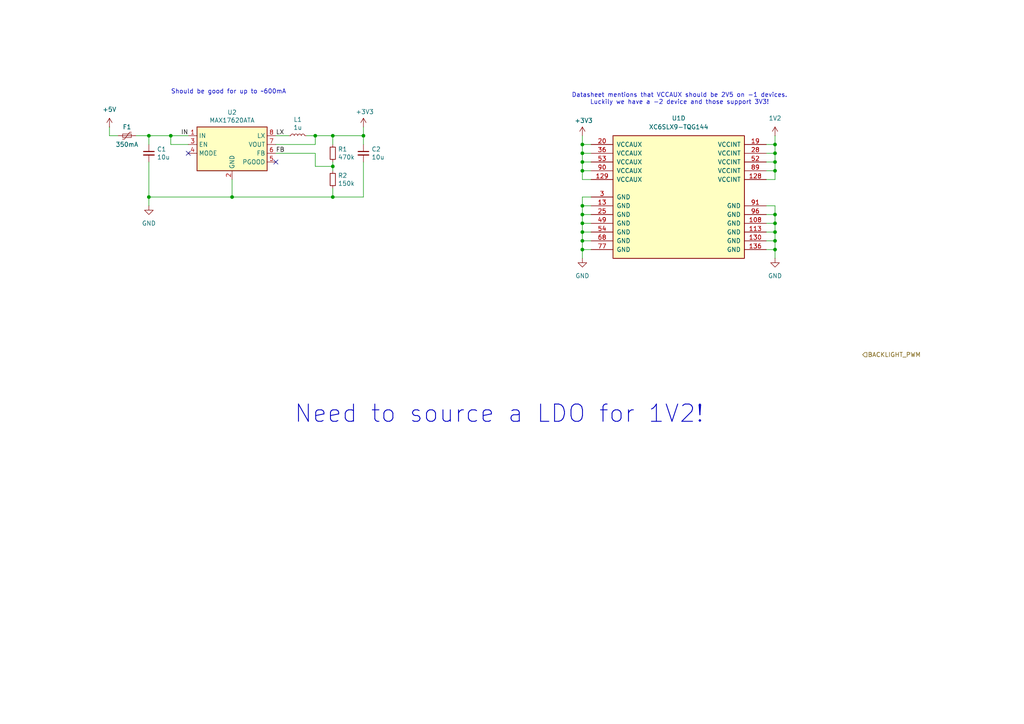
<source format=kicad_sch>
(kicad_sch (version 20231120) (generator "eeschema") (generator_version "8.0")
  (paper "A4")
  (lib_symbols
    (symbol "Device:C_Small" (pin_numbers hide) (pin_names (offset 0.254) hide)
      (property "Reference" "C" (at 0.254 1.778 0))
      (property "Value" "C_Small" (at 0.254 -2.032 0))
      (symbol "C_Small_0_1"
        (polyline (pts (xy -1.524 -0.508) (xy 1.524 -0.508)) (stroke (width 0.3302)))
        (polyline (pts (xy -1.524 0.508) (xy 1.524 0.508)) (stroke (width 0.3048)))
      )
      (symbol "C_Small_1_1"
        (pin passive line (at 0 2.54 270) (length 2.032) (name "~") (number "1"))
        (pin passive line (at 0 -2.54 90) (length 2.032) (name "~") (number "2"))
      )
    )
    (symbol "Device:L_Small" (pin_numbers hide) (pin_names (offset 0.254) hide)
      (property "Reference" "L" (at 0.762 1.016 0))
      (property "Value" "L_Small" (at 0.762 -1.016 0))
      (symbol "L_Small_0_1"
        (arc (start 0 -2.032) (mid 0.5058 -1.524) (end 0 -1.016))
        (arc (start 0 -1.016) (mid 0.5058 -0.508) (end 0 0))
        (arc (start 0 0) (mid 0.5058 0.508) (end 0 1.016))
        (arc (start 0 1.016) (mid 0.5058 1.524) (end 0 2.032))
      )
      (symbol "L_Small_1_1"
        (pin passive line (at 0 2.54 270) (length 0.508) (name "~") (number "1"))
        (pin passive line (at 0 -2.54 90) (length 0.508) (name "~") (number "2"))
      )
    )
    (symbol "Device:Polyfuse_Small" (pin_numbers hide) (pin_names (offset 0))
      (property "Reference" "F" (at -1.905 0 90))
      (property "Value" "Polyfuse_Small" (at 1.905 0 90))
      (symbol "Polyfuse_Small_0_1"
        (rectangle (start -0.508 1.27) (end 0.508 -1.27))
        (polyline (pts (xy 0 2.54) (xy 0 -2.54)))
        (polyline (pts (xy -1.016 1.27) (xy -1.016 0.762) (xy 1.016 -0.762) (xy 1.016 -1.27)))
      )
      (symbol "Polyfuse_Small_1_1"
        (pin passive line (at 0 2.54 270) (length 0.635) (name "~") (number "1"))
        (pin passive line (at 0 -2.54 90) (length 0.635) (name "~") (number "2"))
      )
    )
    (symbol "Device:R_Small" (pin_numbers hide) (pin_names (offset 0.254) hide)
      (property "Reference" "R" (at 0.762 0.508 0))
      (property "Value" "R_Small" (at 0.762 -1.016 0))
      (symbol "R_Small_0_1"
        (rectangle (start -0.762 1.778) (end 0.762 -1.778) (stroke (width 0.2032)))
      )
      (symbol "R_Small_1_1"
        (pin passive line (at 0 2.54 270) (length 0.762) (name "~") (number "1"))
        (pin passive line (at 0 -2.54 90) (length 0.762) (name "~") (number "2"))
      )
    )
    (symbol "FPGA_Xilinx_Spartan6:XC6SLX9-TQG144" (pin_names (offset 1.016))
      (property "Reference" "U" (at 0 1.27 0))
      (property "Value" "XC6SLX9-TQG144" (at 0 -1.27 0))
      (symbol "XC6SLX9-TQG144_1_1"
        (rectangle (start -44.45 36.83) (end 44.45 -43.18) (stroke (width 0.254)) (fill (type background)))
        (pin bidirectional line (at 50.8 12.7 180) (length 6.35) (name "IO_L33P_1") (number "100"))
        (pin bidirectional line (at 50.8 15.24 180) (length 6.35) (name "IO_L32N_1") (number "101"))
        (pin bidirectional line (at 50.8 17.78 180) (length 6.35) (name "IO_L32P_1") (number "102"))
        (pin power_in line (at 40.64 43.18 270) (length 6.35) (name "VCCO_1") (number "103"))
        (pin bidirectional line (at 50.8 20.32 180) (length 6.35) (name "IO_L1N_VREF_1") (number "104"))
        (pin bidirectional line (at 50.8 22.86 180) (length 6.35) (name "IO_L1P_1") (number "105"))
        (pin bidirectional line (at -50.8 -40.64 0) (length 6.35) (name "IO_L66N_SCP0_0") (number "111"))
        (pin bidirectional line (at -50.8 -38.1 0) (length 6.35) (name "IO_L66P_SCP1_0") (number "112"))
        (pin bidirectional line (at -50.8 -35.56 0) (length 6.35) (name "IO_L65N_SCP2_0") (number "114"))
        (pin bidirectional line (at -50.8 -33.02 0) (length 6.35) (name "IO_L65P_SCP3_0") (number "115"))
        (pin bidirectional line (at -50.8 -30.48 0) (length 6.35) (name "IO_L64N_SCP4_0") (number "116"))
        (pin bidirectional line (at -50.8 -27.94 0) (length 6.35) (name "IO_L64P_SCP5_0") (number "117"))
        (pin bidirectional line (at -50.8 -25.4 0) (length 6.35) (name "IO_L63N_SCP6_0") (number "118"))
        (pin bidirectional line (at -50.8 -22.86 0) (length 6.35) (name "IO_L63P_SCP7_0") (number "119"))
        (pin bidirectional line (at -50.8 -20.32 0) (length 6.35) (name "IO_L62N_VREF_0") (number "120"))
        (pin bidirectional line (at -50.8 -17.78 0) (length 6.35) (name "IO_L62P_0") (number "121"))
        (pin power_in line (at -40.64 43.18 270) (length 6.35) (name "VCCO_0") (number "122"))
        (pin bidirectional line (at -50.8 -15.24 0) (length 6.35) (name "IO_L37N_GCLK12_0") (number "123"))
        (pin bidirectional line (at -50.8 -12.7 0) (length 6.35) (name "IO_L37P_GCLK13_0") (number "124"))
        (pin power_in line (at -38.1 43.18 270) (length 6.35) (name "VCCO_0") (number "125"))
        (pin bidirectional line (at -50.8 -10.16 0) (length 6.35) (name "IO_L36N_GCLK14_0") (number "126"))
        (pin bidirectional line (at -50.8 -7.62 0) (length 6.35) (name "IO_L36P_GCLK15_0") (number "127"))
        (pin bidirectional line (at -50.8 -5.08 0) (length 6.35) (name "IO_L35N_GCLK16_0") (number "131"))
        (pin bidirectional line (at -50.8 -2.54 0) (length 6.35) (name "IO_L35P_GCLK17_0") (number "132"))
        (pin bidirectional line (at -50.8 0 0) (length 6.35) (name "IO_L34N_GCLK18_0") (number "133"))
        (pin bidirectional line (at -50.8 2.54 0) (length 6.35) (name "IO_L34P_GCLK19_0") (number "134"))
        (pin power_in line (at -35.56 43.18 270) (length 6.35) (name "VCCO_0") (number "135"))
        (pin bidirectional line (at -50.8 5.08 0) (length 6.35) (name "IO_L4N_0") (number "137"))
        (pin bidirectional line (at -50.8 7.62 0) (length 6.35) (name "IO_L4P_0") (number "138"))
        (pin bidirectional line (at -50.8 10.16 0) (length 6.35) (name "IO_L3N_0") (number "139"))
        (pin bidirectional line (at -50.8 12.7 0) (length 6.35) (name "IO_L3P_0") (number "140"))
        (pin bidirectional line (at -50.8 15.24 0) (length 6.35) (name "IO_L2N_0") (number "141"))
        (pin bidirectional line (at -50.8 17.78 0) (length 6.35) (name "IO_L2P_0") (number "142"))
        (pin bidirectional line (at -50.8 20.32 0) (length 6.35) (name "IO_L1N_VREF_0") (number "143"))
        (pin bidirectional line (at -50.8 22.86 0) (length 6.35) (name "IO_L1P_HSWAPEN_0") (number "144"))
        (pin bidirectional line (at 50.8 -35.56 180) (length 6.35) (name "IO_L74N_DOUT_BUSY_1") (number "74"))
        (pin bidirectional line (at 50.8 -33.02 180) (length 6.35) (name "IO_L74P_AWAKE_1") (number "75"))
        (pin power_in line (at 35.56 43.18 270) (length 6.35) (name "VCCO_1") (number "76"))
        (pin bidirectional line (at 50.8 -30.48 180) (length 6.35) (name "IO_L47N_1") (number "78"))
        (pin bidirectional line (at 50.8 -27.94 180) (length 6.35) (name "IO_L47P_1") (number "79"))
        (pin bidirectional line (at 50.8 -25.4 180) (length 6.35) (name "IO_L46N_1") (number "80"))
        (pin bidirectional line (at 50.8 -22.86 180) (length 6.35) (name "IO_L46P_1") (number "81"))
        (pin bidirectional line (at 50.8 -20.32 180) (length 6.35) (name "IO_L45N_1") (number "82"))
        (pin bidirectional line (at 50.8 -17.78 180) (length 6.35) (name "IO_L45P_1") (number "83"))
        (pin bidirectional line (at 50.8 -15.24 180) (length 6.35) (name "IO_L43N_GCLK4_1") (number "84"))
        (pin bidirectional line (at 50.8 -12.7 180) (length 6.35) (name "IO_L43P_GCLK5_1") (number "85"))
        (pin power_in line (at 38.1 43.18 270) (length 6.35) (name "VCCO_1") (number "86"))
        (pin bidirectional line (at 50.8 -10.16 180) (length 6.35) (name "IO_L42N_GCLK6_TRDY1_1") (number "87"))
        (pin bidirectional line (at 50.8 -7.62 180) (length 6.35) (name "IO_L42P_GCLK7_1") (number "88"))
        (pin bidirectional line (at 50.8 -5.08 180) (length 6.35) (name "IO_L41N_GCLK8_1") (number "92"))
        (pin bidirectional line (at 50.8 -2.54 180) (length 6.35) (name "IO_L41P_GCLK9_IRDY1_1") (number "93"))
        (pin bidirectional line (at 50.8 0 180) (length 6.35) (name "IO_L40N_GCLK10_1") (number "94"))
        (pin bidirectional line (at 50.8 2.54 180) (length 6.35) (name "IO_L40P_GCLK11_1") (number "95"))
        (pin bidirectional line (at 50.8 5.08 180) (length 6.35) (name "IO_L34N_1") (number "97"))
        (pin bidirectional line (at 50.8 7.62 180) (length 6.35) (name "IO_L34P_1") (number "98"))
        (pin bidirectional line (at 50.8 10.16 180) (length 6.35) (name "IO_L33N_1") (number "99"))
      )
      (symbol "XC6SLX9-TQG144_2_1"
        (rectangle (start -44.45 36.83) (end 44.45 -43.18) (stroke (width 0.254)) (fill (type background)))
        (pin bidirectional line (at 50.8 -40.64 180) (length 6.35) (name "IO_L83N_VREF_3") (number "1"))
        (pin bidirectional line (at 50.8 -22.86 180) (length 6.35) (name "IO_L50P_3") (number "10"))
        (pin bidirectional line (at 50.8 -20.32 180) (length 6.35) (name "IO_L49N_3") (number "11"))
        (pin bidirectional line (at 50.8 -17.78 180) (length 6.35) (name "IO_L49P_3") (number "12"))
        (pin bidirectional line (at 50.8 -15.24 180) (length 6.35) (name "IO_L44N_GCLK20_3") (number "14"))
        (pin bidirectional line (at 50.8 -12.7 180) (length 6.35) (name "IO_L44P_GCLK21_3") (number "15"))
        (pin bidirectional line (at 50.8 -10.16 180) (length 6.35) (name "IO_L43N_GCLK22_IRDY2_3") (number "16"))
        (pin bidirectional line (at 50.8 -7.62 180) (length 6.35) (name "IO_L43P_GCLK23_3") (number "17"))
        (pin power_in line (at 38.1 43.18 270) (length 6.35) (name "VCCO_3") (number "18"))
        (pin bidirectional line (at 50.8 -38.1 180) (length 6.35) (name "IO_L83P_3") (number "2"))
        (pin bidirectional line (at 50.8 -5.08 180) (length 6.35) (name "IO_L42N_GCLK24_3") (number "21"))
        (pin bidirectional line (at 50.8 -2.54 180) (length 6.35) (name "IO_L42P_GCLK25_TRDY2_3") (number "22"))
        (pin bidirectional line (at 50.8 0 180) (length 6.35) (name "IO_L41N_GCLK26_3") (number "23"))
        (pin bidirectional line (at 50.8 2.54 180) (length 6.35) (name "IO_L41P_GCLK27_3") (number "24"))
        (pin bidirectional line (at 50.8 5.08 180) (length 6.35) (name "IO_L37N_3") (number "26"))
        (pin bidirectional line (at 50.8 7.62 180) (length 6.35) (name "IO_L37P_3") (number "27"))
        (pin bidirectional line (at 50.8 10.16 180) (length 6.35) (name "IO_L36N_3") (number "29"))
        (pin bidirectional line (at 50.8 12.7 180) (length 6.35) (name "IO_L36P_3") (number "30"))
        (pin power_in line (at 40.64 43.18 270) (length 6.35) (name "VCCO_3") (number "31"))
        (pin bidirectional line (at 50.8 15.24 180) (length 6.35) (name "IO_L2N_3") (number "32"))
        (pin bidirectional line (at 50.8 17.78 180) (length 6.35) (name "IO_L2P_3") (number "33"))
        (pin bidirectional line (at 50.8 20.32 180) (length 6.35) (name "IO_L1N_VREF_3") (number "34"))
        (pin bidirectional line (at 50.8 22.86 180) (length 6.35) (name "IO_L1P_3") (number "35"))
        (pin bidirectional line (at -50.8 -40.64 0) (length 6.35) (name "IO_L65N_CSO_B_2") (number "38"))
        (pin bidirectional line (at -50.8 -38.1 0) (length 6.35) (name "IO_L65P_INIT_B_2") (number "39"))
        (pin power_in line (at 35.56 43.18 270) (length 6.35) (name "VCCO_3") (number "4"))
        (pin bidirectional line (at -50.8 -35.56 0) (length 6.35) (name "IO_L64N_D9_2") (number "40"))
        (pin bidirectional line (at -50.8 -33.02 0) (length 6.35) (name "IO_L64P_D8_2") (number "41"))
        (pin power_in line (at -40.64 43.18 270) (length 6.35) (name "VCCO_2") (number "42"))
        (pin bidirectional line (at -50.8 -30.48 0) (length 6.35) (name "IO_L62N_D6_2") (number "43"))
        (pin bidirectional line (at -50.8 -27.94 0) (length 6.35) (name "IO_L62P_D5_2") (number "44"))
        (pin bidirectional line (at -50.8 -25.4 0) (length 6.35) (name "IO_L49N_D4_2") (number "45"))
        (pin bidirectional line (at -50.8 -22.86 0) (length 6.35) (name "IO_L49P_D3_2") (number "46"))
        (pin bidirectional line (at -50.8 -20.32 0) (length 6.35) (name "IO_L48N_RDWR_B_VREF_2") (number "47"))
        (pin bidirectional line (at -50.8 -17.78 0) (length 6.35) (name "IO_L48P_D7_2") (number "48"))
        (pin bidirectional line (at 50.8 -35.56 180) (length 6.35) (name "IO_L52N_3") (number "5"))
        (pin bidirectional line (at -50.8 -15.24 0) (length 6.35) (name "IO_L31N_GCLK30_D15_2") (number "50"))
        (pin bidirectional line (at -50.8 -12.7 0) (length 6.35) (name "IO_L31P_GCLK31_D14_2") (number "51"))
        (pin bidirectional line (at -50.8 -10.16 0) (length 6.35) (name "IO_L30N_GCLK0_USERCCLK_2") (number "55"))
        (pin bidirectional line (at -50.8 -7.62 0) (length 6.35) (name "IO_L30P_GCLK1_D13_2") (number "56"))
        (pin bidirectional line (at -50.8 -5.08 0) (length 6.35) (name "IO_L14N_D12_2") (number "57"))
        (pin bidirectional line (at -50.8 -2.54 0) (length 6.35) (name "IO_L14P_D11_2") (number "58"))
        (pin bidirectional line (at -50.8 0 0) (length 6.35) (name "IO_L13N_D10_2") (number "59"))
        (pin bidirectional line (at 50.8 -33.02 180) (length 6.35) (name "IO_L52P_3") (number "6"))
        (pin bidirectional line (at -50.8 2.54 0) (length 6.35) (name "IO_L13P_M1_2") (number "60"))
        (pin bidirectional line (at -50.8 5.08 0) (length 6.35) (name "IO_L12N_D2_MISO3_2") (number "61"))
        (pin bidirectional line (at -50.8 7.62 0) (length 6.35) (name "IO_L12P_D1_MISO2_2") (number "62"))
        (pin power_in line (at -38.1 43.18 270) (length 6.35) (name "VCCO_2") (number "63"))
        (pin bidirectional line (at -50.8 10.16 0) (length 6.35) (name "IO_L3N_MOSI_CSI_B_MISO0_2") (number "64"))
        (pin bidirectional line (at -50.8 12.7 0) (length 6.35) (name "IO_L3P_D0_DIN_MISO_MISO1_2") (number "65"))
        (pin bidirectional line (at -50.8 15.24 0) (length 6.35) (name "IO_L2N_CMPMOSI_2") (number "66"))
        (pin bidirectional line (at -50.8 17.78 0) (length 6.35) (name "IO_L2P_CMPCLK_2") (number "67"))
        (pin bidirectional line (at -50.8 20.32 0) (length 6.35) (name "IO_L1N_M0_CMPMISO_2") (number "69"))
        (pin bidirectional line (at 50.8 -30.48 180) (length 6.35) (name "IO_L51N_3") (number "7"))
        (pin bidirectional line (at -50.8 22.86 0) (length 6.35) (name "IO_L1P_CCLK_2") (number "70"))
        (pin bidirectional line (at 50.8 -27.94 180) (length 6.35) (name "IO_L51P_3") (number "8"))
        (pin bidirectional line (at 50.8 -25.4 180) (length 6.35) (name "IO_L50N_3") (number "9"))
      )
      (symbol "XC6SLX9-TQG144_3_1"
        (rectangle (start -31.75 15.24) (end 31.75 -15.24) (stroke (width 0.254)) (fill (type background)))
        (pin bidirectional line (at 38.1 10.16 180) (length 6.35) (name "TDO") (number "106"))
        (pin bidirectional line (at 38.1 7.62 180) (length 6.35) (name "TMS") (number "107"))
        (pin bidirectional line (at 38.1 5.08 180) (length 6.35) (name "TCK") (number "109"))
        (pin bidirectional line (at 38.1 12.7 180) (length 6.35) (name "TDI") (number "110"))
        (pin bidirectional line (at 38.1 -2.54 180) (length 6.35) (name "PROGRAM_B_2") (number "37"))
        (pin bidirectional line (at 38.1 0 180) (length 6.35) (name "DONE_2") (number "71"))
        (pin bidirectional line (at 38.1 -12.7 180) (length 6.35) (name "CMPCS_B_2") (number "72"))
        (pin bidirectional line (at 38.1 -7.62 180) (length 6.35) (name "SUSPEND") (number "73"))
      )
      (symbol "XC6SLX9-TQG144_4_1"
        (rectangle (start -19.05 17.78) (end 19.05 -17.78) (stroke (width 0.254)) (fill (type background)))
        (pin power_in line (at 25.4 -7.62 180) (length 6.35) (name "GND") (number "108"))
        (pin power_in line (at 25.4 -10.16 180) (length 6.35) (name "GND") (number "113"))
        (pin power_in line (at 25.4 5.08 180) (length 6.35) (name "VCCINT") (number "128"))
        (pin power_in line (at -25.4 5.08 0) (length 6.35) (name "VCCAUX") (number "129"))
        (pin power_in line (at -25.4 -2.54 0) (length 6.35) (name "GND") (number "13"))
        (pin power_in line (at 25.4 -12.7 180) (length 6.35) (name "GND") (number "130"))
        (pin power_in line (at 25.4 -15.24 180) (length 6.35) (name "GND") (number "136"))
        (pin power_in line (at 25.4 15.24 180) (length 6.35) (name "VCCINT") (number "19"))
        (pin power_in line (at -25.4 15.24 0) (length 6.35) (name "VCCAUX") (number "20"))
        (pin power_in line (at -25.4 -5.08 0) (length 6.35) (name "GND") (number "25"))
        (pin power_in line (at 25.4 12.7 180) (length 6.35) (name "VCCINT") (number "28"))
        (pin power_in line (at -25.4 0 0) (length 6.35) (name "GND") (number "3"))
        (pin power_in line (at -25.4 12.7 0) (length 6.35) (name "VCCAUX") (number "36"))
        (pin power_in line (at -25.4 -7.62 0) (length 6.35) (name "GND") (number "49"))
        (pin power_in line (at 25.4 10.16 180) (length 6.35) (name "VCCINT") (number "52"))
        (pin power_in line (at -25.4 10.16 0) (length 6.35) (name "VCCAUX") (number "53"))
        (pin power_in line (at -25.4 -10.16 0) (length 6.35) (name "GND") (number "54"))
        (pin power_in line (at -25.4 -12.7 0) (length 6.35) (name "GND") (number "68"))
        (pin power_in line (at -25.4 -15.24 0) (length 6.35) (name "GND") (number "77"))
        (pin power_in line (at 25.4 7.62 180) (length 6.35) (name "VCCINT") (number "89"))
        (pin power_in line (at -25.4 7.62 0) (length 6.35) (name "VCCAUX") (number "90"))
        (pin power_in line (at 25.4 -2.54 180) (length 6.35) (name "GND") (number "91"))
        (pin power_in line (at 25.4 -5.08 180) (length 6.35) (name "GND") (number "96"))
      )
    )
    (symbol "Regulator_Switching:MAX17620ATA"
      (property "Reference" "U" (at -8.89 6.35 0))
      (property "Value" "MAX17620ATA" (at 3.81 6.35 0))
      (symbol "MAX17620ATA_0_1"
        (rectangle (start -10.16 5.08) (end 10.16 -7.62) (stroke (width 0.254)) (fill (type background)))
      )
      (symbol "MAX17620ATA_1_1"
        (pin power_in line (at -12.7 2.54 0) (length 2.54) (name "IN") (number "1"))
        (pin power_in line (at 0 -10.16 90) (length 2.54) (name "GND") (number "2"))
        (pin input line (at -12.7 0 0) (length 2.54) (name "EN") (number "3"))
        (pin input line (at -12.7 -2.54 0) (length 2.54) (name "MODE") (number "4"))
        (pin open_collector line (at 12.7 -5.08 180) (length 2.54) (name "PGOOD") (number "5"))
        (pin input line (at 12.7 -2.54 180) (length 2.54) (name "FB") (number "6"))
        (pin input line (at 12.7 0 180) (length 2.54) (name "VOUT") (number "7"))
        (pin power_out line (at 12.7 2.54 180) (length 2.54) (name "LX") (number "8"))
        (pin passive line (at 0 -10.16 90) (length 2.54) hide (name "GND") (number "9"))
      )
    )
    (symbol "power:+3V3" (power) (pin_names (offset 0))
      (property "Value" "+3V3" (at 0 3.556 0))
      (symbol "+3V3_0_1"
        (polyline (pts (xy -0.762 1.27) (xy 0 2.54)))
        (polyline (pts (xy 0 0) (xy 0 2.54)))
        (polyline (pts (xy 0 2.54) (xy 0.762 1.27)))
      )
      (symbol "+3V3_1_1"
        (pin power_in line (at 0 0 90) (length 0) hide (name "+3V3") (number "1"))
      )
    )
    (symbol "power:+5V" (power) (pin_numbers hide) (pin_names (offset 0) hide)
      (property "Value" "+5V" (at 0 3.556 0))
      (symbol "+5V_0_1"
        (polyline (pts (xy -0.762 1.27) (xy 0 2.54)))
        (polyline (pts (xy 0 0) (xy 0 2.54)))
        (polyline (pts (xy 0 2.54) (xy 0.762 1.27)))
      )
      (symbol "+5V_1_1"
        (pin power_in line (at 0 0 90) (length 0) (name "~") (number "1"))
      )
    )
    (symbol "power:GND" (power) (pin_numbers hide) (pin_names (offset 0) hide)
      (property "Value" "GND" (at 0 -3.81 0))
      (symbol "GND_0_1"
        (polyline (pts (xy 0 0) (xy 0 -1.27) (xy 1.27 -1.27) (xy 0 -2.54) (xy -1.27 -1.27) (xy 0 -1.27)))
      )
      (symbol "GND_1_1"
        (pin power_in line (at 0 0 270) (length 0) (name "~") (number "1"))
      )
    )
    (symbol "power:VCC" (power) (pin_numbers hide) (pin_names (offset 0) hide)
      (property "Value" "VCC" (at 0 3.556 0))
      (symbol "VCC_0_1"
        (polyline (pts (xy -0.762 1.27) (xy 0 2.54)))
        (polyline (pts (xy 0 0) (xy 0 2.54)))
        (polyline (pts (xy 0 2.54) (xy 0.762 1.27)))
      )
      (symbol "VCC_1_1"
        (pin power_in line (at 0 0 90) (length 0) (name "~") (number "1"))
      )
    )
  )
  (junction (at 168.91 46.99))
  (junction (at 96.52 39.37))
  (junction (at 224.79 69.85))
  (junction (at 168.91 44.45))
  (junction (at 168.91 64.77))
  (junction (at 168.91 67.31))
  (junction (at 168.91 59.69))
  (junction (at 43.18 39.37))
  (junction (at 49.53 39.37))
  (junction (at 91.44 39.37))
  (junction (at 224.79 41.91))
  (junction (at 168.91 72.39))
  (junction (at 67.31 57.15))
  (junction (at 224.79 67.31))
  (junction (at 168.91 69.85))
  (junction (at 224.79 72.39))
  (junction (at 224.79 49.53))
  (junction (at 224.79 64.77))
  (junction (at 96.52 48.26))
  (junction (at 168.91 41.91))
  (junction (at 43.18 57.15))
  (junction (at 224.79 62.23))
  (junction (at 105.41 39.37))
  (junction (at 168.91 62.23))
  (junction (at 96.52 57.15))
  (junction (at 224.79 44.45))
  (junction (at 168.91 49.53))
  (junction (at 224.79 46.99))
  (no_connect (at 54.61 44.45))
  (no_connect (at 80.01 46.99))
  (wire (pts (xy 96.52 57.15) (xy 96.52 54.61)))
  (wire (pts (xy 168.91 39.37) (xy 168.91 41.91)))
  (wire (pts (xy 105.41 46.99) (xy 105.41 57.15)))
  (wire (pts (xy 80.01 44.45) (xy 91.44 44.45)))
  (wire (pts (xy 168.91 41.91) (xy 168.91 44.45)))
  (wire (pts (xy 224.79 46.99) (xy 224.79 44.45)))
  (wire (pts (xy 224.79 59.69) (xy 222.25 59.69)))
  (wire (pts (xy 91.44 39.37) (xy 88.9 39.37)))
  (wire (pts (xy 96.52 48.26) (xy 96.52 46.99)))
  (wire (pts (xy 91.44 48.26) (xy 91.44 44.45)))
  (wire (pts (xy 67.31 52.07) (xy 67.31 57.15)))
  (wire (pts (xy 224.79 64.77) (xy 224.79 62.23)))
  (wire (pts (xy 168.91 72.39) (xy 171.45 72.39)))
  (wire (pts (xy 49.53 39.37) (xy 54.61 39.37)))
  (wire (pts (xy 168.91 67.31) (xy 168.91 64.77)))
  (wire (pts (xy 171.45 52.07) (xy 168.91 52.07)))
  (wire (pts (xy 96.52 41.91) (xy 96.52 39.37)))
  (wire (pts (xy 49.53 39.37) (xy 43.18 39.37)))
  (wire (pts (xy 224.79 69.85) (xy 224.79 67.31)))
  (wire (pts (xy 222.25 52.07) (xy 224.79 52.07)))
  (wire (pts (xy 43.18 46.99) (xy 43.18 57.15)))
  (wire (pts (xy 168.91 62.23) (xy 171.45 62.23)))
  (wire (pts (xy 168.91 64.77) (xy 171.45 64.77)))
  (wire (pts (xy 31.75 39.37) (xy 31.75 36.83)))
  (wire (pts (xy 168.91 44.45) (xy 171.45 44.45)))
  (wire (pts (xy 224.79 67.31) (xy 224.79 64.77)))
  (wire (pts (xy 168.91 44.45) (xy 168.91 46.99)))
  (wire (pts (xy 96.52 49.53) (xy 96.52 48.26)))
  (wire (pts (xy 105.41 36.83) (xy 105.41 39.37)))
  (wire (pts (xy 222.25 72.39) (xy 224.79 72.39)))
  (wire (pts (xy 168.91 62.23) (xy 168.91 59.69)))
  (wire (pts (xy 54.61 41.91) (xy 49.53 41.91)))
  (wire (pts (xy 168.91 74.93) (xy 168.91 72.39)))
  (wire (pts (xy 80.01 39.37) (xy 83.82 39.37)))
  (wire (pts (xy 222.25 49.53) (xy 224.79 49.53)))
  (wire (pts (xy 224.79 72.39) (xy 224.79 69.85)))
  (wire (pts (xy 224.79 49.53) (xy 224.79 46.99)))
  (wire (pts (xy 222.25 46.99) (xy 224.79 46.99)))
  (wire (pts (xy 222.25 64.77) (xy 224.79 64.77)))
  (wire (pts (xy 96.52 39.37) (xy 105.41 39.37)))
  (wire (pts (xy 222.25 41.91) (xy 224.79 41.91)))
  (wire (pts (xy 168.91 64.77) (xy 168.91 62.23)))
  (wire (pts (xy 224.79 62.23) (xy 224.79 59.69)))
  (wire (pts (xy 224.79 44.45) (xy 224.79 41.91)))
  (wire (pts (xy 43.18 39.37) (xy 43.18 41.91)))
  (wire (pts (xy 222.25 67.31) (xy 224.79 67.31)))
  (wire (pts (xy 168.91 49.53) (xy 171.45 49.53)))
  (wire (pts (xy 168.91 49.53) (xy 168.91 52.07)))
  (wire (pts (xy 43.18 57.15) (xy 67.31 57.15)))
  (wire (pts (xy 105.41 41.91) (xy 105.41 39.37)))
  (wire (pts (xy 168.91 41.91) (xy 171.45 41.91)))
  (wire (pts (xy 168.91 57.15) (xy 171.45 57.15)))
  (wire (pts (xy 222.25 44.45) (xy 224.79 44.45)))
  (wire (pts (xy 39.37 39.37) (xy 43.18 39.37)))
  (wire (pts (xy 43.18 57.15) (xy 43.18 59.69)))
  (wire (pts (xy 168.91 72.39) (xy 168.91 69.85)))
  (wire (pts (xy 91.44 48.26) (xy 96.52 48.26)))
  (wire (pts (xy 168.91 46.99) (xy 171.45 46.99)))
  (wire (pts (xy 222.25 69.85) (xy 224.79 69.85)))
  (wire (pts (xy 224.79 74.93) (xy 224.79 72.39)))
  (wire (pts (xy 67.31 57.15) (xy 96.52 57.15)))
  (wire (pts (xy 91.44 39.37) (xy 96.52 39.37)))
  (wire (pts (xy 49.53 41.91) (xy 49.53 39.37)))
  (wire (pts (xy 91.44 39.37) (xy 91.44 41.91)))
  (wire (pts (xy 224.79 52.07) (xy 224.79 49.53)))
  (wire (pts (xy 168.91 46.99) (xy 168.91 49.53)))
  (wire (pts (xy 91.44 41.91) (xy 80.01 41.91)))
  (wire (pts (xy 168.91 69.85) (xy 171.45 69.85)))
  (wire (pts (xy 168.91 59.69) (xy 171.45 59.69)))
  (wire (pts (xy 34.29 39.37) (xy 31.75 39.37)))
  (wire (pts (xy 224.79 41.91) (xy 224.79 39.37)))
  (wire (pts (xy 168.91 67.31) (xy 171.45 67.31)))
  (wire (pts (xy 168.91 59.69) (xy 168.91 57.15)))
  (wire (pts (xy 222.25 62.23) (xy 224.79 62.23)))
  (wire (pts (xy 168.91 69.85) (xy 168.91 67.31)))
  (wire (pts (xy 105.41 57.15) (xy 96.52 57.15)))
  (text "Should be good for up to ~600mA" (at 66.294 26.67 0) (effects (font (size 1.27 1.27))))
  (text "Need to source a LDO for 1V2!" (at 144.78 120.142 0) (effects (font (size 5 5) (thickness 0.254) (bold yes))))
  (text "Datasheet mentions that VCCAUX should be 2V5 on -1 devices.\nLuckily we have a -2 device and those support 3V3!" (at 197.104 28.702 0) (effects (font (size 1.27 1.27))))
  (label "FB" (at 80.01 44.45 0))
  (label "IN" (at 54.61 39.37 180))
  (label "LX" (at 80.01 39.37 0))
  (hierarchical_label "BACKLIGHT_PWM" (shape input) (at 250.19 102.87 0))
  (symbol (lib_id "power:+3V3") (at 105.41 36.83 0) (unit 1)
    (property "Reference" "#PWR04" (effects (hide yes)))
    (property "Value" "+3V3" (at 105.791 32.4358 0))
  )
  (symbol (lib_id "Device:L_Small") (at 86.36 39.37 90) (unit 1)
    (property "Reference" "L1" (at 86.36 34.671 90))
    (property "Value" "1u" (at 86.36 36.9824 90))
    (property "Footprint" "Inductor_SMD:L_0603_1608Metric" (effects (hide yes)))
  )
  (symbol (lib_id "Device:C_Small") (at 43.18 44.45 0) (unit 1)
    (property "Reference" "C1" (at 45.5168 43.2816 0) (effects (justify left)))
    (property "Value" "10u" (at 45.5168 45.593 0) (effects (justify left)))
    (property "Footprint" "Capacitor_SMD:C_0603_1608Metric" (effects (hide yes)))
  )
  (symbol (lib_id "Regulator_Switching:MAX17620ATA") (at 67.31 41.91 0) (unit 1)
    (property "Reference" "U2" (at 67.31 32.5882 0))
    (property "Value" "MAX17620ATA" (at 67.31 34.8996 0))
    (property "Footprint" "Package_DFN_QFN:TDFN-8-1EP_2x2mm_P0.5mm_EP0.8x1.2mm" (effects (hide yes)))
    (property "Datasheet" "https://datasheets.maximintegrated.com/en/ds/MAX17620.pdf" (effects (hide yes)))
  )
  (symbol (lib_id "power:+3V3") (at 168.91 39.37 0) (unit 1)
    (property "Reference" "#PWR07" (effects (hide yes)))
    (property "Value" "+3V3" (at 169.291 34.9758 0))
  )
  (symbol (lib_id "Device:Polyfuse_Small") (at 36.83 39.37 270) (unit 1)
    (property "Reference" "F1" (at 36.83 36.83 90))
    (property "Value" "350mA" (at 36.83 41.91 90))
    (property "Footprint" "Fuse:Fuse_1206_3216Metric" (effects (hide yes)))
  )
  (symbol (lib_id "power:VCC") (at 224.79 39.37 0) (unit 1)
    (property "Reference" "#PWR03" (effects (hide yes)))
    (property "Value" "1V2" (at 224.79 34.29 0))
    (property "Description" "Power symbol creates a global label with name \"VCC\"" (effects (hide yes)))
  )
  (symbol (lib_id "power:GND") (at 224.79 74.93 0) (unit 1)
    (property "Reference" "#PWR06" (effects (hide yes)))
    (property "Value" "GND" (at 224.79 80.01 0))
    (property "Description" "Power symbol creates a global label with name \"GND\" , ground" (effects (hide yes)))
  )
  (symbol (lib_id "Device:R_Small") (at 96.52 44.45 0) (unit 1)
    (property "Reference" "R1" (at 98.0186 43.2816 0) (effects (justify left)))
    (property "Value" "470k" (at 98.0186 45.593 0) (effects (justify left)))
    (property "Footprint" "Resistor_SMD:R_0603_1608Metric" (effects (hide yes)))
  )
  (symbol (lib_id "FPGA_Xilinx_Spartan6:XC6SLX9-TQG144") (at 196.85 57.15 0) (unit 4)
    (property "Reference" "U1" (at 196.85 34.29 0))
    (property "Value" "XC6SLX9-TQG144" (at 196.85 36.83 0))
    (property "Description" "Spartan 6 LX 9 XC6SLX9-TQG144" (effects (hide yes)))
  )
  (symbol (lib_id "Device:R_Small") (at 96.52 52.07 0) (unit 1)
    (property "Reference" "R2" (at 98.0186 50.9016 0) (effects (justify left)))
    (property "Value" "150k" (at 98.0186 53.213 0) (effects (justify left)))
    (property "Footprint" "Resistor_SMD:R_0603_1608Metric" (effects (hide yes)))
  )
  (symbol (lib_id "power:GND") (at 43.18 59.69 0) (unit 1)
    (property "Reference" "#PWR01" (effects (hide yes)))
    (property "Value" "GND" (at 43.18 64.77 0))
    (property "Description" "Power symbol creates a global label with name \"GND\" , ground" (effects (hide yes)))
  )
  (symbol (lib_id "power:GND") (at 168.91 74.93 0) (unit 1)
    (property "Reference" "#PWR05" (effects (hide yes)))
    (property "Value" "GND" (at 168.91 80.01 0))
    (property "Description" "Power symbol creates a global label with name \"GND\" , ground" (effects (hide yes)))
  )
  (symbol (lib_id "Device:C_Small") (at 105.41 44.45 0) (unit 1)
    (property "Reference" "C2" (at 107.7468 43.2816 0) (effects (justify left)))
    (property "Value" "10u" (at 107.7468 45.593 0) (effects (justify left)))
    (property "Footprint" "Capacitor_SMD:C_0603_1608Metric" (effects (hide yes)))
  )
  (symbol (lib_id "power:+5V") (at 31.75 36.83 0) (unit 1)
    (property "Reference" "#PWR02" (effects (hide yes)))
    (property "Value" "+5V" (at 31.75 31.75 0))
    (property "Description" "Power symbol creates a global label with name \"+5V\"" (effects (hide yes)))
  )
)
</source>
